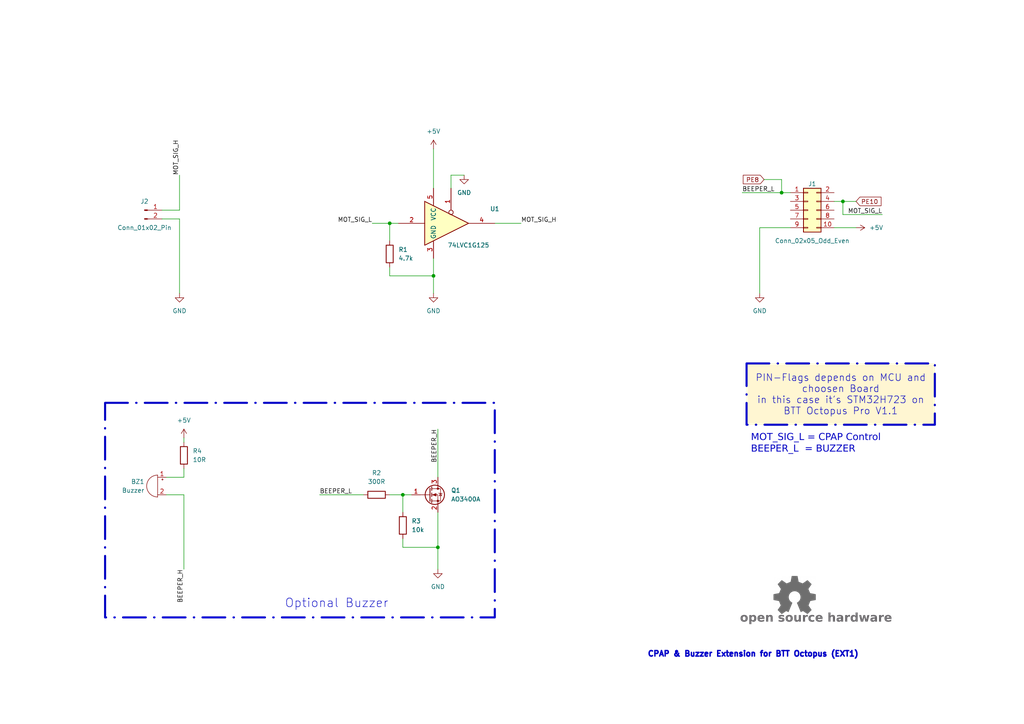
<source format=kicad_sch>
(kicad_sch (version 20230121) (generator eeschema)
  (paper "A4")
  (lib_symbols
    (symbol "74xGxx:74LVC1G125"
      (property "Reference" "U" (at -10.16 7.62 0))
      (property "Value" "74LVC1G125" (at 2.54 -7.62 0))
      (symbol "74LVC1G125_0_1"
        (polyline (pts (xy -7.62 6.35) (xy -7.62 -6.35) (xy 5.08 0) (xy -7.62 6.35)) (stroke (width 0.254)) (fill (type background)))
      )
      (symbol "74LVC1G125_1_1"
        (pin input inverted (at 0 10.16 270) (length 7.62) (name "~") (number "1"))
        (pin input line (at -15.24 0 0) (length 7.62) (name "~") (number "2"))
        (pin power_in line (at -5.08 -10.16 90) (length 5.08) (name "GND") (number "3"))
        (pin tri_state line (at 12.7 0 180) (length 7.62) (name "~") (number "4"))
        (pin power_in line (at -5.08 10.16 270) (length 5.08) (name "VCC") (number "5"))
      )
    )
    (symbol "Connector:Conn_01x02_Pin" (pin_names (offset 1.016) hide)
      (property "Reference" "J" (at 0 2.54 0))
      (property "Value" "Conn_01x02_Pin" (at 0 -5.08 0))
      (symbol "Conn_01x02_Pin_1_1"
        (polyline (pts (xy 1.27 -2.54) (xy 0.8636 -2.54)) (stroke (width 0.1524)))
        (polyline (pts (xy 1.27 0) (xy 0.8636 0)) (stroke (width 0.1524)))
        (rectangle (start 0.8636 -2.413) (end 0 -2.667) (stroke (width 0.1524)) (fill (type outline)))
        (rectangle (start 0.8636 0.127) (end 0 -0.127) (stroke (width 0.1524)) (fill (type outline)))
        (pin passive line (at 5.08 0 180) (length 3.81) (name "Pin_1") (number "1"))
        (pin passive line (at 5.08 -2.54 180) (length 3.81) (name "Pin_2") (number "2"))
      )
    )
    (symbol "Connector_Generic:Conn_02x05_Odd_Even" (pin_names (offset 1.016) hide)
      (property "Reference" "J" (at 1.27 7.62 0))
      (property "Value" "Conn_02x05_Odd_Even" (at 1.27 -7.62 0))
      (symbol "Conn_02x05_Odd_Even_1_1"
        (rectangle (start -1.27 -4.953) (end 0 -5.207) (stroke (width 0.1524)))
        (rectangle (start -1.27 -2.413) (end 0 -2.667) (stroke (width 0.1524)))
        (rectangle (start -1.27 0.127) (end 0 -0.127) (stroke (width 0.1524)))
        (rectangle (start -1.27 2.667) (end 0 2.413) (stroke (width 0.1524)))
        (rectangle (start -1.27 5.207) (end 0 4.953) (stroke (width 0.1524)))
        (rectangle (start -1.27 6.35) (end 3.81 -6.35) (stroke (width 0.254)) (fill (type background)))
        (rectangle (start 3.81 -4.953) (end 2.54 -5.207) (stroke (width 0.1524)))
        (rectangle (start 3.81 -2.413) (end 2.54 -2.667) (stroke (width 0.1524)))
        (rectangle (start 3.81 0.127) (end 2.54 -0.127) (stroke (width 0.1524)))
        (rectangle (start 3.81 2.667) (end 2.54 2.413) (stroke (width 0.1524)))
        (rectangle (start 3.81 5.207) (end 2.54 4.953) (stroke (width 0.1524)))
        (pin passive line (at -5.08 5.08 0) (length 3.81) (name "Pin_1") (number "1"))
        (pin passive line (at 7.62 -5.08 180) (length 3.81) (name "Pin_10") (number "10"))
        (pin passive line (at 7.62 5.08 180) (length 3.81) (name "Pin_2") (number "2"))
        (pin passive line (at -5.08 2.54 0) (length 3.81) (name "Pin_3") (number "3"))
        (pin passive line (at 7.62 2.54 180) (length 3.81) (name "Pin_4") (number "4"))
        (pin passive line (at -5.08 0 0) (length 3.81) (name "Pin_5") (number "5"))
        (pin passive line (at 7.62 0 180) (length 3.81) (name "Pin_6") (number "6"))
        (pin passive line (at -5.08 -2.54 0) (length 3.81) (name "Pin_7") (number "7"))
        (pin passive line (at 7.62 -2.54 180) (length 3.81) (name "Pin_8") (number "8"))
        (pin passive line (at -5.08 -5.08 0) (length 3.81) (name "Pin_9") (number "9"))
      )
    )
    (symbol "Device:Buzzer" (pin_names (offset 0.0254) hide)
      (property "Reference" "BZ" (at 3.81 1.27 0))
      (property "Value" "Buzzer" (at 3.81 -1.27 0))
      (symbol "Buzzer_0_1"
        (arc (start 0 -3.175) (mid 3.1612 0) (end 0 3.175))
        (polyline (pts (xy -1.651 1.905) (xy -1.143 1.905)))
        (polyline (pts (xy -1.397 2.159) (xy -1.397 1.651)))
        (polyline (pts (xy 0 3.175) (xy 0 -3.175)))
      )
      (symbol "Buzzer_1_1"
        (pin passive line (at -2.54 2.54 0) (length 2.54) (name "-") (number "1"))
        (pin passive line (at -2.54 -2.54 0) (length 2.54) (name "+") (number "2"))
      )
    )
    (symbol "Device:R" (pin_numbers hide) (pin_names (offset 0))
      (property "Reference" "R" (at 2.032 0 90))
      (property "Value" "R" (at 0 0 90))
      (symbol "R_0_1"
        (rectangle (start -1.016 -2.54) (end 1.016 2.54) (stroke (width 0.254)))
      )
      (symbol "R_1_1"
        (pin passive line (at 0 3.81 270) (length 1.27) (name "~") (number "1"))
        (pin passive line (at 0 -3.81 90) (length 1.27) (name "~") (number "2"))
      )
    )
    (symbol "Transistor_FET:AO3400A" (pin_names hide)
      (property "Reference" "Q" (at 5.08 1.905 0))
      (property "Value" "AO3400A" (at 5.08 0 0))
      (symbol "AO3400A_0_1"
        (polyline (pts (xy 0.254 0) (xy -2.54 0)))
        (polyline (pts (xy 0.254 1.905) (xy 0.254 -1.905)) (stroke (width 0.254)))
        (polyline (pts (xy 0.762 -1.27) (xy 0.762 -2.286)) (stroke (width 0.254)))
        (polyline (pts (xy 0.762 0.508) (xy 0.762 -0.508)) (stroke (width 0.254)))
        (polyline (pts (xy 0.762 2.286) (xy 0.762 1.27)) (stroke (width 0.254)))
        (polyline (pts (xy 2.54 2.54) (xy 2.54 1.778)))
        (polyline (pts (xy 2.54 -2.54) (xy 2.54 0) (xy 0.762 0)))
        (polyline (pts (xy 0.762 -1.778) (xy 3.302 -1.778) (xy 3.302 1.778) (xy 0.762 1.778)))
        (polyline (pts (xy 1.016 0) (xy 2.032 0.381) (xy 2.032 -0.381) (xy 1.016 0)) (fill (type outline)))
        (polyline (pts (xy 2.794 0.508) (xy 2.921 0.381) (xy 3.683 0.381) (xy 3.81 0.254)))
        (polyline (pts (xy 3.302 0.381) (xy 2.921 -0.254) (xy 3.683 -0.254) (xy 3.302 0.381)))
        (circle (center 1.651 0) (radius 2.794) (stroke (width 0.254)))
        (circle (center 2.54 -1.778) (radius 0.254) (fill (type outline)))
        (circle (center 2.54 1.778) (radius 0.254) (fill (type outline)))
      )
      (symbol "AO3400A_1_1"
        (pin input line (at -5.08 0 0) (length 2.54) (name "G") (number "1"))
        (pin passive line (at 2.54 -5.08 90) (length 2.54) (name "S") (number "2"))
        (pin passive line (at 2.54 5.08 270) (length 2.54) (name "D") (number "3"))
      )
    )
    (symbol "power:+5V" (power) (pin_names (offset 0))
      (property "Value" "+5V" (at 0 3.556 0))
      (symbol "+5V_0_1"
        (polyline (pts (xy -0.762 1.27) (xy 0 2.54)))
        (polyline (pts (xy 0 0) (xy 0 2.54)))
        (polyline (pts (xy 0 2.54) (xy 0.762 1.27)))
      )
      (symbol "+5V_1_1"
        (pin power_in line (at 0 0 90) (length 0) hide (name "+5V") (number "1"))
      )
    )
    (symbol "power:GND" (power) (pin_names (offset 0))
      (property "Value" "GND" (at 0 -3.81 0))
      (symbol "GND_0_1"
        (polyline (pts (xy 0 0) (xy 0 -1.27) (xy 1.27 -1.27) (xy 0 -2.54) (xy -1.27 -1.27) (xy 0 -1.27)))
      )
      (symbol "GND_1_1"
        (pin power_in line (at 0 0 270) (length 0) hide (name "GND") (number "1"))
      )
    )
  )
  (junction (at 116.84 143.51))
  (junction (at 127 158.75))
  (junction (at 113.03 64.77))
  (junction (at 244.475 58.42))
  (junction (at 226.695 55.88))
  (junction (at 125.73 80.01))
  (wire (pts (xy 125.73 74.93) (xy 125.73 80.01)))
  (wire (pts (xy 143.51 64.77) (xy 151.13 64.77)))
  (wire (pts (xy 127 124.46) (xy 127 138.43)))
  (wire (pts (xy 53.34 143.51) (xy 48.26 143.51)))
  (wire (pts (xy 244.475 62.23) (xy 244.475 58.42)))
  (wire (pts (xy 134.62 50.8) (xy 130.81 50.8)))
  (wire (pts (xy 53.34 138.43) (xy 48.26 138.43)))
  (wire (pts (xy 127 158.75) (xy 127 165.1)))
  (wire (pts (xy 116.84 156.21) (xy 116.84 158.75)))
  (wire (pts (xy 107.95 64.77) (xy 113.03 64.77)))
  (wire (pts (xy 244.475 62.23) (xy 255.905 62.23)))
  (wire (pts (xy 113.03 64.77) (xy 113.03 69.85)))
  (wire (pts (xy 244.475 58.42) (xy 248.285 58.42)))
  (wire (pts (xy 52.07 85.09) (xy 52.07 63.5)))
  (wire (pts (xy 125.73 43.18) (xy 125.73 54.61)))
  (wire (pts (xy 127 148.59) (xy 127 158.75)))
  (wire (pts (xy 116.84 143.51) (xy 119.38 143.51)))
  (wire (pts (xy 53.34 143.51) (xy 53.34 165.1)))
  (wire (pts (xy 52.07 60.96) (xy 46.99 60.96)))
  (wire (pts (xy 113.03 77.47) (xy 113.03 80.01)))
  (wire (pts (xy 215.265 55.88) (xy 226.695 55.88)))
  (wire (pts (xy 220.345 85.09) (xy 220.345 66.04)))
  (wire (pts (xy 52.07 50.8) (xy 52.07 60.96)))
  (wire (pts (xy 52.07 63.5) (xy 46.99 63.5)))
  (wire (pts (xy 226.695 55.88) (xy 229.235 55.88)))
  (wire (pts (xy 221.615 52.07) (xy 226.695 52.07)))
  (wire (pts (xy 113.03 80.01) (xy 125.73 80.01)))
  (wire (pts (xy 113.03 143.51) (xy 116.84 143.51)))
  (wire (pts (xy 53.34 127) (xy 53.34 128.27)))
  (wire (pts (xy 241.935 58.42) (xy 244.475 58.42)))
  (wire (pts (xy 241.935 66.04) (xy 248.285 66.04)))
  (wire (pts (xy 116.84 143.51) (xy 116.84 148.59)))
  (wire (pts (xy 53.34 135.89) (xy 53.34 138.43)))
  (wire (pts (xy 226.695 52.07) (xy 226.695 55.88)))
  (wire (pts (xy 125.73 80.01) (xy 125.73 85.09)))
  (wire (pts (xy 113.03 64.77) (xy 115.57 64.77)))
  (wire (pts (xy 116.84 158.75) (xy 127 158.75)))
  (wire (pts (xy 130.81 50.8) (xy 130.81 54.61)))
  (wire (pts (xy 220.345 66.04) (xy 229.235 66.04)))
  (wire (pts (xy 92.71 143.51) (xy 105.41 143.51)))
  (rectangle (start 30.48 116.84) (end 143.51 179.07) (stroke (width 0.6) (type dash_dot)))
  (image (at 230.505 172.72) (scale 0.335355))
  (text_box "PIN-Flags depends on MCU and choosen Board\nin this case it's STM32H723 on BTT Octopus Pro V1.1" (at 216.535 105.41 0) (size 54.61 17.78) (stroke (width 0.6) (type dash_dot)) (fill (type color) (color 255 246 210 1)) (effects (font (size 2 2))))
  (text "MOT_SIG_L = CPAP Control\nBEEPER_L  = BUZZER" (at 217.805 132.08 0) (effects (font (size 2 2)) (justify left bottom)))
  (text "open source hardware" (at 214.63 181.61 0) (effects (font (size 2.5 2.5) bold) (justify left bottom)))
  (text "Optional Buzzer" (at 82.55 176.53 0) (effects (font (size 2.5 2.5)) (justify left bottom)))
  (text "CPAP & Buzzer Extension for BTT Octopus (EXT1)" (at 187.706 190.754 0) (effects (font (size 1.6 1.6) (thickness 0.4) bold) (justify left bottom)))
  (label "MOT_SIG_H" (at 151.13 64.77 0))
  (label "BEEPER_L" (at 92.71 143.51 0))
  (label "MOT_SIG_L" (at 255.905 62.23 180))
  (label "BEEPER_H" (at 53.34 165.1 270))
  (label "BEEPER_H" (at 127 124.46 270))
  (label "MOT_SIG_L" (at 107.95 64.77 180))
  (label "MOT_SIG_H" (at 52.07 50.8 90))
  (label "BEEPER_L" (at 215.265 55.88 0))
  (global_label "PE10" (shape input) (at 248.285 58.42 0) (property "Intersheetrefs" "${INTERSHEET_REFS}" (effects hide)))
  (global_label "PE8" (shape input) (at 221.615 52.07 180) (property "Intersheetrefs" "${INTERSHEET_REFS}" (effects hide)))
  (symbol (lib_id "Connector:Conn_01x02_Pin") (at 41.91 60.96 0) (unit 1) (in_bom no)
    (property "Reference" "J2" (at 41.91 58.42 0))
    (property "Value" "Conn_01x02_Pin" (at 41.91 66.04 0))
    (property "Footprint" "Connector_JST:JST_XH_B2B-XH-A_1x02_P2.50mm_Vertical" (effects hide))
  )
  (symbol (lib_id "power:+5V") (at 248.285 66.04 270) (unit 1)
    (property "Reference" "#PWR02" (effects hide))
    (property "Value" "+5V" (at 252.095 66.04 90) (effects (justify left)))
  )
  (symbol (lib_id "Connector_Generic:Conn_02x05_Odd_Even") (at 234.315 60.96 0) (unit 1) (in_bom no)
    (property "Reference" "J1" (at 235.585 53.34 0))
    (property "Value" "Conn_02x05_Odd_Even" (at 235.585 69.85 0))
    (property "Footprint" "Connector_PinSocket_2.54mm:PinSocket_2x05_P2.54mm_Vertical" (effects hide))
  )
  (symbol (lib_id "power:+5V") (at 125.73 43.18 0) (unit 1)
    (property "Reference" "#PWR03" (effects hide))
    (property "Value" "+5V" (at 125.73 38.1 0))
  )
  (symbol (lib_id "Device:R") (at 113.03 73.66 0) (unit 1)
    (property "Reference" "R1" (at 115.57 72.39 0) (effects (justify left)))
    (property "Value" "4.7k" (at 115.57 74.93 0) (effects (justify left)))
    (property "Footprint" "Resistor_SMD:R_0805_2012Metric_Pad1.20x1.40mm_HandSolder" (effects hide))
    (property "MPN" "C17673" (effects hide))
  )
  (symbol (lib_id "74xGxx:74LVC1G125") (at 130.81 64.77 0) (unit 1)
    (property "Reference" "U1" (at 143.51 60.5791 0))
    (property "Value" "74LVC1G125" (at 135.89 71.12 0))
    (property "Footprint" "Package_TO_SOT_SMD:SOT-23-5_HandSoldering" (effects hide))
    (property "Datasheet" "https://www.ti.com/lit/ds/symlink/sn74lvc1g125.pdf" (effects hide))
    (property "MPN" "C23654" (effects hide))
    (property "JLCPCB Rotation Offset" "-90" (effects hide))
  )
  (symbol (lib_id "power:GND") (at 125.73 85.09 0) (unit 1)
    (property "Reference" "#PWR04" (effects hide))
    (property "Value" "GND" (at 125.73 90.17 0))
  )
  (symbol (lib_id "Device:R") (at 109.22 143.51 90) (unit 1)
    (property "Reference" "R2" (at 109.22 137.16 90))
    (property "Value" "300R" (at 109.22 139.7 90))
    (property "Footprint" "Resistor_SMD:R_0805_2012Metric_Pad1.20x1.40mm_HandSolder" (effects hide))
    (property "MPN" "C17617" (effects hide))
  )
  (symbol (lib_id "Device:R") (at 53.34 132.08 180) (unit 1)
    (property "Reference" "R4" (at 55.88 130.81 0) (effects (justify right)))
    (property "Value" "10R" (at 55.88 133.35 0) (effects (justify right)))
    (property "Footprint" "Resistor_SMD:R_0805_2012Metric_Pad1.20x1.40mm_HandSolder" (effects hide))
    (property "Datasheet" "https://datasheet.lcsc.com/lcsc/2206010216_UNI-ROYAL-Uniroyal-Elec-0805W8F100JT5E_C17415.pdf" (effects hide))
    (property "MPN" "C17415" (effects hide))
  )
  (symbol (lib_id "power:GND") (at 127 165.1 0) (unit 1)
    (property "Reference" "#PWR08" (effects hide))
    (property "Value" "GND" (at 127 170.18 0))
  )
  (symbol (lib_id "power:GND") (at 220.345 85.09 0) (unit 1)
    (property "Reference" "#PWR01" (effects hide))
    (property "Value" "GND" (at 220.345 90.17 0))
  )
  (symbol (lib_id "power:+5V") (at 53.34 127 0) (unit 1)
    (property "Reference" "#PWR07" (effects hide))
    (property "Value" "+5V" (at 53.34 121.92 0))
  )
  (symbol (lib_id "power:GND") (at 134.62 50.8 0) (unit 1)
    (property "Reference" "#PWR05" (effects hide))
    (property "Value" "GND" (at 134.62 55.88 0))
  )
  (symbol (lib_id "power:GND") (at 52.07 85.09 0) (unit 1)
    (property "Reference" "#PWR06" (effects hide))
    (property "Value" "GND" (at 52.07 90.17 0))
  )
  (symbol (lib_id "Device:Buzzer") (at 45.72 140.97 0) (mirror y) (unit 1) (in_bom no)
    (property "Reference" "BZ1" (at 41.91 139.7 0) (effects (justify left)))
    (property "Value" "Buzzer" (at 41.91 142.24 0) (effects (justify left)))
    (property "Footprint" "Buzzer_Beeper:Buzzer_12x9.5RM7.6" (effects hide))
  )
  (symbol (lib_id "Device:R") (at 116.84 152.4 180) (unit 1)
    (property "Reference" "R3" (at 119.38 151.13 0) (effects (justify right)))
    (property "Value" "10k" (at 119.38 153.67 0) (effects (justify right)))
    (property "Footprint" "Resistor_SMD:R_0805_2012Metric_Pad1.20x1.40mm_HandSolder" (effects hide))
    (property "MPN" "C17414" (effects hide))
  )
  (symbol (lib_id "Transistor_FET:AO3400A") (at 124.46 143.51 0) (unit 1)
    (property "Reference" "Q1" (at 130.81 142.24 0) (effects (justify left)))
    (property "Value" "AO3400A" (at 130.81 144.78 0) (effects (justify left)))
    (property "Footprint" "Package_TO_SOT_SMD:SOT-23" (effects hide))
    (property "Datasheet" "http://www.aosmd.com/pdfs/datasheet/AO3400A.pdf" (effects hide))
    (property "MPN" "C20917" (effects hide))
    (property "JLCPCB Rotation Offset" "180" (effects hide))
  )
)
</source>
